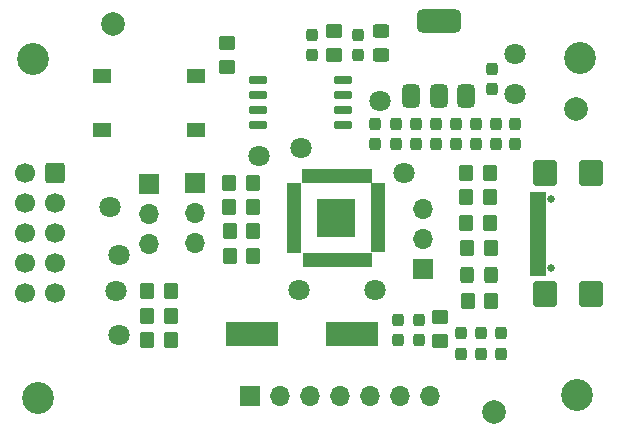
<source format=gbr>
%TF.GenerationSoftware,KiCad,Pcbnew,8.0.2*%
%TF.CreationDate,2025-07-19T08:03:09+07:00*%
%TF.ProjectId,PicoLink,5069636f-4c69-46e6-9b2e-6b696361645f,rev?*%
%TF.SameCoordinates,Original*%
%TF.FileFunction,Soldermask,Top*%
%TF.FilePolarity,Negative*%
%FSLAX46Y46*%
G04 Gerber Fmt 4.6, Leading zero omitted, Abs format (unit mm)*
G04 Created by KiCad (PCBNEW 8.0.2) date 2025-07-19 08:03:09*
%MOMM*%
%LPD*%
G01*
G04 APERTURE LIST*
G04 Aperture macros list*
%AMRoundRect*
0 Rectangle with rounded corners*
0 $1 Rounding radius*
0 $2 $3 $4 $5 $6 $7 $8 $9 X,Y pos of 4 corners*
0 Add a 4 corners polygon primitive as box body*
4,1,4,$2,$3,$4,$5,$6,$7,$8,$9,$2,$3,0*
0 Add four circle primitives for the rounded corners*
1,1,$1+$1,$2,$3*
1,1,$1+$1,$4,$5*
1,1,$1+$1,$6,$7*
1,1,$1+$1,$8,$9*
0 Add four rect primitives between the rounded corners*
20,1,$1+$1,$2,$3,$4,$5,0*
20,1,$1+$1,$4,$5,$6,$7,0*
20,1,$1+$1,$6,$7,$8,$9,0*
20,1,$1+$1,$8,$9,$2,$3,0*%
G04 Aperture macros list end*
%ADD10C,0.010000*%
%ADD11R,4.500000X2.000000*%
%ADD12R,3.200000X3.200000*%
%ADD13RoundRect,0.050000X-0.050000X-0.387500X0.050000X-0.387500X0.050000X0.387500X-0.050000X0.387500X0*%
%ADD14RoundRect,0.050000X-0.387500X-0.050000X0.387500X-0.050000X0.387500X0.050000X-0.387500X0.050000X0*%
%ADD15RoundRect,0.250000X0.350000X0.450000X-0.350000X0.450000X-0.350000X-0.450000X0.350000X-0.450000X0*%
%ADD16R,1.700000X1.700000*%
%ADD17O,1.700000X1.700000*%
%ADD18RoundRect,0.250000X0.325000X0.450000X-0.325000X0.450000X-0.325000X-0.450000X0.325000X-0.450000X0*%
%ADD19RoundRect,0.237500X-0.237500X0.300000X-0.237500X-0.300000X0.237500X-0.300000X0.237500X0.300000X0*%
%ADD20RoundRect,0.250000X0.450000X-0.350000X0.450000X0.350000X-0.450000X0.350000X-0.450000X-0.350000X0*%
%ADD21RoundRect,0.250000X-0.450000X0.325000X-0.450000X-0.325000X0.450000X-0.325000X0.450000X0.325000X0*%
%ADD22RoundRect,0.237500X0.237500X-0.300000X0.237500X0.300000X-0.237500X0.300000X-0.237500X-0.300000X0*%
%ADD23R,1.550000X1.300000*%
%ADD24RoundRect,0.150000X-0.650000X-0.150000X0.650000X-0.150000X0.650000X0.150000X-0.650000X0.150000X0*%
%ADD25RoundRect,0.375000X0.375000X-0.625000X0.375000X0.625000X-0.375000X0.625000X-0.375000X-0.625000X0*%
%ADD26RoundRect,0.500000X1.400000X-0.500000X1.400000X0.500000X-1.400000X0.500000X-1.400000X-0.500000X0*%
%ADD27RoundRect,0.250000X-0.350000X-0.450000X0.350000X-0.450000X0.350000X0.450000X-0.350000X0.450000X0*%
%ADD28RoundRect,0.250000X-0.450000X0.350000X-0.450000X-0.350000X0.450000X-0.350000X0.450000X0.350000X0*%
%ADD29C,2.700000*%
%ADD30C,2.000000*%
%ADD31C,0.650000*%
%ADD32RoundRect,0.150000X0.425000X-0.150000X0.425000X0.150000X-0.425000X0.150000X-0.425000X-0.150000X0*%
%ADD33RoundRect,0.075000X0.500000X-0.075000X0.500000X0.075000X-0.500000X0.075000X-0.500000X-0.075000X0*%
%ADD34RoundRect,0.250000X0.750000X-0.840000X0.750000X0.840000X-0.750000X0.840000X-0.750000X-0.840000X0*%
%ADD35RoundRect,0.250000X0.600000X0.600000X-0.600000X0.600000X-0.600000X-0.600000X0.600000X-0.600000X0*%
%ADD36C,1.700000*%
%ADD37C,1.800000*%
G04 APERTURE END LIST*
D10*
X173400001Y-97500001D02*
X172150000Y-97500000D01*
X172150000Y-90500000D01*
X173400000Y-90500000D01*
X173400001Y-97500001D01*
G36*
X173400001Y-97500001D02*
G01*
X172150000Y-97500000D01*
X172150000Y-90500000D01*
X173400000Y-90500000D01*
X173400001Y-97500001D01*
G37*
X152900000Y-95650000D02*
X158700000Y-95650000D01*
X158700000Y-96750000D01*
X152900000Y-96750000D01*
X152900000Y-95650000D01*
G36*
X152900000Y-95650000D02*
G01*
X158700000Y-95650000D01*
X158700000Y-96750000D01*
X152900000Y-96750000D01*
X152900000Y-95650000D01*
G37*
X152700001Y-95550001D02*
X151600000Y-95550000D01*
X151600000Y-89750000D01*
X152700000Y-89750000D01*
X152700001Y-95550001D01*
G36*
X152700001Y-95550001D02*
G01*
X151600000Y-95550000D01*
X151600000Y-89750000D01*
X152700000Y-89750000D01*
X152700001Y-95550001D01*
G37*
X152850000Y-88550000D02*
X158650000Y-88550000D01*
X158650000Y-89650000D01*
X152850000Y-89650000D01*
X152850000Y-88550000D01*
G36*
X152850000Y-88550000D02*
G01*
X158650000Y-88550000D01*
X158650000Y-89650000D01*
X152850000Y-89650000D01*
X152850000Y-88550000D01*
G37*
X159800000Y-95500001D02*
X158699999Y-95500000D01*
X158699999Y-89700000D01*
X159799999Y-89700000D01*
X159800000Y-95500001D01*
G36*
X159800000Y-95500001D02*
G01*
X158699999Y-95500000D01*
X158699999Y-89700000D01*
X159799999Y-89700000D01*
X159800000Y-95500001D01*
G37*
D11*
%TO.C,Y1*%
X148600000Y-102500000D03*
X157100000Y-102500000D03*
%TD*%
D12*
%TO.C,U1*%
X155700000Y-92650000D03*
D13*
X153100000Y-89212500D03*
X153500000Y-89212500D03*
X153900000Y-89212500D03*
X154300000Y-89212500D03*
X154700000Y-89212500D03*
X155100000Y-89212500D03*
X155500000Y-89212500D03*
X155900000Y-89212500D03*
X156300000Y-89212500D03*
X156700000Y-89212500D03*
X157100000Y-89212500D03*
X157500000Y-89212500D03*
X157900000Y-89212500D03*
X158300000Y-89212500D03*
D14*
X159137500Y-90050000D03*
X159137500Y-90450000D03*
X159137500Y-90850000D03*
X159137500Y-91250000D03*
X159137500Y-91650000D03*
X159137500Y-92050000D03*
X159137500Y-92450000D03*
X159137500Y-92850000D03*
X159137500Y-93250000D03*
X159137500Y-93650000D03*
X159137500Y-94050000D03*
X159137500Y-94450000D03*
X159137500Y-94850000D03*
X159137500Y-95250000D03*
D13*
X158300000Y-96087500D03*
X157900000Y-96087500D03*
X157500000Y-96087500D03*
X157100000Y-96087500D03*
X156700000Y-96087500D03*
X156300000Y-96087500D03*
X155900000Y-96087500D03*
X155500000Y-96087500D03*
X155100000Y-96087500D03*
X154700000Y-96087500D03*
X154300000Y-96087500D03*
X153900000Y-96087500D03*
X153500000Y-96087500D03*
X153100000Y-96087500D03*
D14*
X152262500Y-95250000D03*
X152262500Y-94850000D03*
X152262500Y-94450000D03*
X152262500Y-94050000D03*
X152262500Y-93650000D03*
X152262500Y-93250000D03*
X152262500Y-92850000D03*
X152262500Y-92450000D03*
X152262500Y-92050000D03*
X152262500Y-91650000D03*
X152262500Y-91250000D03*
X152262500Y-90850000D03*
X152262500Y-90450000D03*
X152262500Y-90050000D03*
%TD*%
D15*
%TO.C,R3*%
X168850000Y-99700000D03*
X166850000Y-99700000D03*
%TD*%
D16*
%TO.C,J5*%
X148450000Y-107800000D03*
D17*
X150990001Y-107799997D03*
X153530000Y-107800000D03*
X156070000Y-107800000D03*
X158609999Y-107800000D03*
X161149999Y-107800000D03*
X163690000Y-107800000D03*
%TD*%
%TO.C,J1*%
X163099999Y-91960003D03*
X163099998Y-94500000D03*
D16*
X163099999Y-97040003D03*
%TD*%
D18*
%TO.C,D1*%
X168824998Y-97500001D03*
X166775002Y-97499999D03*
%TD*%
D19*
%TO.C,C13*%
X162700000Y-101287500D03*
X162700000Y-103012500D03*
%TD*%
%TO.C,C12*%
X167550000Y-84737500D03*
X167550000Y-86462500D03*
%TD*%
%TO.C,C11*%
X169250000Y-84737500D03*
X169250000Y-86462500D03*
%TD*%
%TO.C,C10*%
X170900000Y-84737500D03*
X170900000Y-86462500D03*
%TD*%
%TO.C,C9*%
X164150000Y-84737500D03*
X164150000Y-86462500D03*
%TD*%
%TO.C,C8*%
X165850000Y-84737500D03*
X165850000Y-86462500D03*
%TD*%
%TO.C,C7*%
X169700000Y-102437500D03*
X169700000Y-104162500D03*
%TD*%
%TO.C,C6*%
X168000000Y-102437500D03*
X168000000Y-104162500D03*
%TD*%
%TO.C,C5*%
X166322500Y-102437500D03*
X166322500Y-104162500D03*
%TD*%
%TO.C,C4*%
X160750000Y-84737500D03*
X160750000Y-86462500D03*
%TD*%
%TO.C,C3*%
X162500000Y-84737500D03*
X162500000Y-86462500D03*
%TD*%
%TO.C,C2*%
X159050000Y-86462500D03*
X159050000Y-84737500D03*
%TD*%
D20*
%TO.C,R2*%
X164550001Y-103100000D03*
X164550001Y-101100000D03*
%TD*%
D21*
%TO.C,D3*%
X159550001Y-76825002D03*
X159549999Y-78874998D03*
%TD*%
D22*
%TO.C,C18*%
X168950000Y-81762500D03*
X168950000Y-80037500D03*
%TD*%
D15*
%TO.C,R23*%
X148650000Y-89700000D03*
X146650000Y-89700000D03*
%TD*%
%TO.C,R25*%
X148700000Y-93800000D03*
X146700000Y-93800000D03*
%TD*%
D19*
%TO.C,C17*%
X157550000Y-77187500D03*
X157550000Y-78912500D03*
%TD*%
D23*
%TO.C,SW2*%
X135875000Y-80700000D03*
X143825000Y-80700000D03*
X135875000Y-85200000D03*
X143825000Y-85200000D03*
%TD*%
D19*
%TO.C,C1*%
X161000001Y-101287500D03*
X161000001Y-103012500D03*
%TD*%
D15*
%TO.C,R1*%
X168799997Y-95249998D03*
X166799997Y-95249998D03*
%TD*%
D24*
%TO.C,U4*%
X149100003Y-80995000D03*
X149100000Y-82265000D03*
X149100000Y-83535000D03*
X149099999Y-84804999D03*
X156299997Y-84805000D03*
X156300000Y-83535000D03*
X156300000Y-82265000D03*
X156300001Y-80995001D03*
%TD*%
D25*
%TO.C,U6*%
X162100000Y-82349999D03*
X164400000Y-82350000D03*
D26*
X164400000Y-76050000D03*
D25*
X166699999Y-82350001D03*
%TD*%
D19*
%TO.C,C16*%
X153650001Y-77175001D03*
X153650001Y-78900001D03*
%TD*%
D27*
%TO.C,R17*%
X139700000Y-101000000D03*
X141700000Y-101000000D03*
%TD*%
D28*
%TO.C,R22*%
X155550000Y-76850000D03*
X155550000Y-78850000D03*
%TD*%
D29*
%TO.C,H6*%
X130100000Y-79200000D03*
%TD*%
D15*
%TO.C,R26*%
X146700000Y-95900000D03*
X148700000Y-95900000D03*
%TD*%
D30*
%TO.C,FID3*%
X136850000Y-76300000D03*
%TD*%
D27*
%TO.C,R19*%
X139700000Y-103050000D03*
X141700000Y-103050000D03*
%TD*%
D15*
%TO.C,R6*%
X168749996Y-88899997D03*
X166749996Y-88899997D03*
%TD*%
D29*
%TO.C,H5*%
X176350000Y-79150000D03*
%TD*%
D31*
%TO.C,J2*%
X173895000Y-96890000D03*
X173895002Y-91110000D03*
D32*
X172820000Y-97200000D03*
X172820001Y-96400001D03*
D33*
X172820003Y-95250002D03*
X172820000Y-94250002D03*
X172819998Y-93750001D03*
X172820000Y-92749999D03*
D32*
X172819999Y-91599999D03*
X172819997Y-90800000D03*
X172819997Y-90800000D03*
X172819999Y-91599999D03*
D33*
X172820002Y-92250002D03*
X172820000Y-93250001D03*
X172820000Y-94749999D03*
X172819997Y-95750000D03*
D32*
X172820001Y-96400001D03*
X172820000Y-97200000D03*
D34*
X177325000Y-99110002D03*
X173394999Y-99109996D03*
X177325002Y-88889999D03*
X173395000Y-88889998D03*
%TD*%
D15*
%TO.C,R13*%
X168749997Y-90949998D03*
X166749997Y-90949998D03*
%TD*%
D29*
%TO.C,H3*%
X176100000Y-107700000D03*
%TD*%
D30*
%TO.C,FID1*%
X169100000Y-109100000D03*
%TD*%
D15*
%TO.C,R12*%
X168749997Y-93099998D03*
X166749997Y-93099998D03*
%TD*%
D30*
%TO.C,FID2*%
X176000000Y-83450000D03*
%TD*%
D20*
%TO.C,R20*%
X146450000Y-79900000D03*
X146450000Y-77900000D03*
%TD*%
D29*
%TO.C,H4*%
X130500000Y-107900000D03*
%TD*%
D15*
%TO.C,R24*%
X148650000Y-91750000D03*
X146650000Y-91750000D03*
%TD*%
D27*
%TO.C,R14*%
X139700000Y-98900000D03*
X141700000Y-98900000D03*
%TD*%
D16*
%TO.C,J4*%
X139850000Y-89775000D03*
D17*
X139850000Y-92315000D03*
X139850000Y-94855000D03*
%TD*%
D35*
%TO.C,J3*%
X131900000Y-88920000D03*
D36*
X129360000Y-88920000D03*
X131900000Y-91460000D03*
X129360000Y-91460000D03*
X131900000Y-94000000D03*
X129360000Y-94000000D03*
X131900000Y-96540000D03*
X129360000Y-96540000D03*
X131900000Y-99080000D03*
X129360000Y-99080000D03*
%TD*%
D16*
%TO.C,J7*%
X143800000Y-89760000D03*
D17*
X143800000Y-92300000D03*
X143800000Y-94840000D03*
%TD*%
D37*
X161450000Y-88900000D03*
X159400000Y-82800000D03*
X152725044Y-86750000D03*
X149185785Y-87409314D03*
X170900000Y-82200000D03*
X170850000Y-78837500D03*
X136550000Y-91750000D03*
X137300000Y-95800000D03*
X137109099Y-98909099D03*
X137301471Y-102600000D03*
X152600000Y-98825000D03*
X159050000Y-98750000D03*
M02*

</source>
